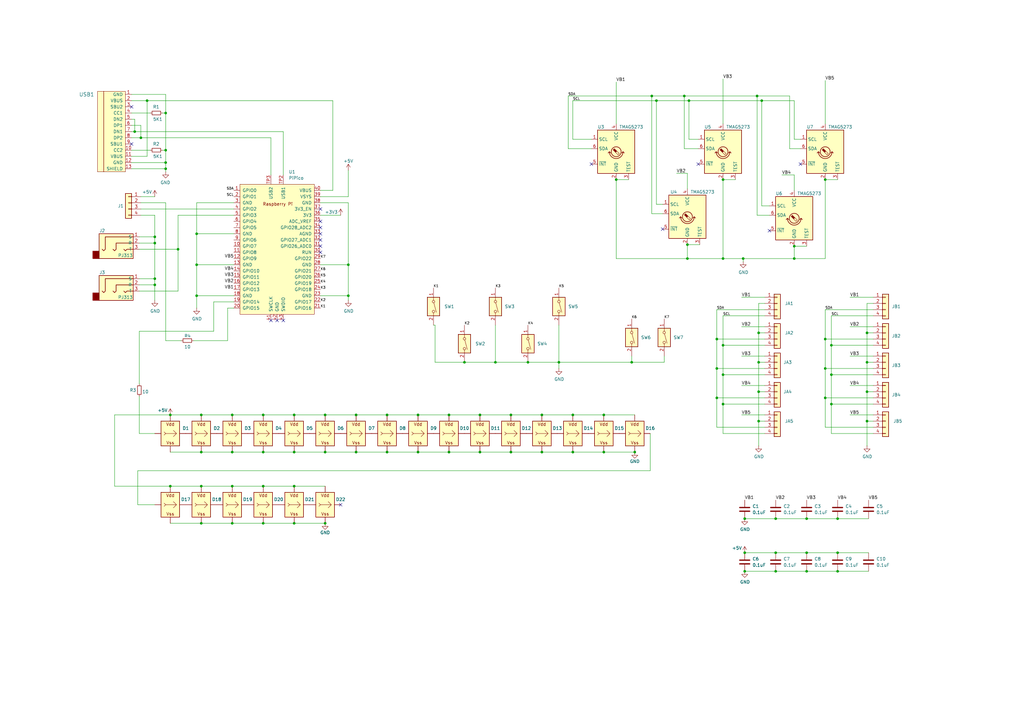
<source format=kicad_sch>
(kicad_sch (version 20231120) (generator "eeschema") (generator_version "8.0")
  (paper "A3")
  (lib_symbols
    (symbol "Connector_Generic:Conn_01x04" (pin_names (offset 1.016) hide)
      (property "Reference" "J" (at 0 5.08 0))
      (property "Value" "Conn_01x04" (at 0 -7.62 0))
      (symbol "Conn_01x04_1_1"
        (pin passive line (at -5.08 2.54 0) (length 3.81) (name "Pin_1") (number "1"))
        (pin passive line (at -5.08 0 0) (length 3.81) (name "Pin_2") (number "2"))
        (pin passive line (at -5.08 -2.54 0) (length 3.81) (name "Pin_3") (number "3"))
        (pin passive line (at -5.08 -5.08 0) (length 3.81) (name "Pin_4") (number "4"))
      )
    )
    (symbol "Device:C" (pin_numbers hide) (pin_names (offset 0.254))
      (property "Reference" "C" (at 0.635 2.54 0))
      (property "Value" "C" (at 0.635 -2.54 0))
      (symbol "C_1_1"
        (pin passive line (at 0 3.81 270) (length 2.794) (name "~") (number "1"))
        (pin passive line (at 0 -3.81 90) (length 2.794) (name "~") (number "2"))
      )
    )
    (symbol "Device:R_Small" (pin_numbers hide) (pin_names (offset 0.254) hide)
      (property "Reference" "R" (at 0.762 0.508 0))
      (property "Value" "R_Small" (at 0.762 -1.016 0))
      (symbol "R_Small_1_1"
        (pin passive line (at 0 2.54 270) (length 0.762) (name "~") (number "1"))
        (pin passive line (at 0 -2.54 90) (length 0.762) (name "~") (number "2"))
      )
    )
    (symbol "Switch:SW_DIP_x01" (pin_names (offset 0) hide)
      (property "Reference" "SW" (at 0 3.81 0))
      (property "Value" "SW_DIP_x01" (at 0 -3.81 0))
      (symbol "SW_DIP_x01_1_1"
        (pin passive line (at -7.62 0 0) (length 5.08) (name "~") (number "1"))
        (pin passive line (at 7.62 0 180) (length 5.08) (name "~") (number "2"))
      )
    )
    (symbol "Type-C:HRO-TYPE-C-31-M-12" (pin_names (offset 1.016))
      (property "Reference" "USB" (at -5.08 16.51 0))
      (property "Value" "HRO-TYPE-C-31-M-12" (at -10.16 -1.27 90))
      (symbol "HRO-TYPE-C-31-M-12_1_1"
        (pin input line (at 2.54 13.97 180) (length 2.54) (name "GND") (number "1"))
        (pin input line (at 2.54 -8.89 180) (length 2.54) (name "CC2") (number "10"))
        (pin input line (at 2.54 -11.43 180) (length 2.54) (name "VBUS") (number "11"))
        (pin input line (at 2.54 -13.97 180) (length 2.54) (name "GND") (number "12"))
        (pin input line (at 2.54 -16.51 180) (length 2.54) (name "SHIELD") (number "13"))
        (pin input line (at 2.54 11.43 180) (length 2.54) (name "VBUS") (number "2"))
        (pin input line (at 2.54 8.89 180) (length 2.54) (name "SBU2") (number "3"))
        (pin input line (at 2.54 6.35 180) (length 2.54) (name "CC1") (number "4"))
        (pin input line (at 2.54 3.81 180) (length 2.54) (name "DN2") (number "5"))
        (pin input line (at 2.54 1.27 180) (length 2.54) (name "DP1") (number "6"))
        (pin input line (at 2.54 -1.27 180) (length 2.54) (name "DN1") (number "7"))
        (pin input line (at 2.54 -3.81 180) (length 2.54) (name "DP2") (number "8"))
        (pin input line (at 2.54 -6.35 180) (length 2.54) (name "SBU1") (number "9"))
      )
    )
    (symbol "musec_pico:PJ313"
      (property "Reference" "J" (at 0 8.89 0))
      (property "Value" "PJ313" (at 0 6.35 0))
      (symbol "PJ313_1_1"
        (pin passive line (at 8.89 2.54 180) (length 2.54) (name "S") (number "1"))
        (pin passive line (at 8.89 0 180) (length 2.54) (name "R") (number "2"))
        (pin passive line (at 8.89 -2.54 180) (length 2.54) (name "T") (number "3"))
      )
    )
    (symbol "musec_pico:PiPico" (pin_names (offset 1.016))
      (property "Reference" "U" (at -13.97 27.94 0))
      (property "Value" "PiPico" (at 0.254 16.002 0))
      (symbol "PiPico_0_0"
        (text "Raspberry Pi" (at 0.254 18.542 0) (effects (font (size 1.27 1.27))))
      )
      (symbol "PiPico_1_1"
        (pin bidirectional line (at -17.78 24.13 0) (length 2.54) (name "GPIO0") (number "1"))
        (pin bidirectional line (at -17.78 1.27 0) (length 2.54) (name "GPIO7") (number "10"))
        (pin bidirectional line (at -17.78 -1.27 0) (length 2.54) (name "GPIO8") (number "11"))
        (pin bidirectional line (at -17.78 -3.81 0) (length 2.54) (name "GPIO9") (number "12"))
        (pin power_in line (at -17.78 -6.35 0) (length 2.54) (name "GND") (number "13"))
        (pin bidirectional line (at -17.78 -8.89 0) (length 2.54) (name "GPIO10") (number "14"))
        (pin bidirectional line (at -17.78 -11.43 0) (length 2.54) (name "GPIO11") (number "15"))
        (pin bidirectional line (at -17.78 -13.97 0) (length 2.54) (name "GPIO12") (number "16"))
        (pin bidirectional line (at -17.78 -16.51 0) (length 2.54) (name "GPIO13") (number "17"))
        (pin power_in line (at -17.78 -19.05 0) (length 2.54) (name "GND") (number "18"))
        (pin bidirectional line (at -17.78 -21.59 0) (length 2.54) (name "GPIO14") (number "19"))
        (pin bidirectional line (at -17.78 21.59 0) (length 2.54) (name "GPIO1") (number "2"))
        (pin bidirectional line (at -17.78 -24.13 0) (length 2.54) (name "GPIO15") (number "20"))
        (pin bidirectional line (at 17.78 -24.13 180) (length 2.54) (name "GPIO16") (number "21"))
        (pin bidirectional line (at 17.78 -21.59 180) (length 2.54) (name "GPIO17") (number "22"))
        (pin power_in line (at 17.78 -19.05 180) (length 2.54) (name "GND") (number "23"))
        (pin bidirectional line (at 17.78 -16.51 180) (length 2.54) (name "GPIO18") (number "24"))
        (pin bidirectional line (at 17.78 -13.97 180) (length 2.54) (name "GPIO19") (number "25"))
        (pin bidirectional line (at 17.78 -11.43 180) (length 2.54) (name "GPIO20") (number "26"))
        (pin bidirectional line (at 17.78 -8.89 180) (length 2.54) (name "GPIO21") (number "27"))
        (pin power_in line (at 17.78 -6.35 180) (length 2.54) (name "GND") (number "28"))
        (pin bidirectional line (at 17.78 -3.81 180) (length 2.54) (name "GPIO22") (number "29"))
        (pin power_in line (at -17.78 19.05 0) (length 2.54) (name "GND") (number "3"))
        (pin input line (at 17.78 -1.27 180) (length 2.54) (name "RUN") (number "30"))
        (pin bidirectional line (at 17.78 1.27 180) (length 2.54) (name "GPIO26_ADC0") (number "31"))
        (pin bidirectional line (at 17.78 3.81 180) (length 2.54) (name "GPIO27_ADC1") (number "32"))
        (pin power_in line (at 17.78 6.35 180) (length 2.54) (name "AGND") (number "33"))
        (pin bidirectional line (at 17.78 8.89 180) (length 2.54) (name "GPIO28_ADC2") (number "34"))
        (pin unspecified line (at 17.78 11.43 180) (length 2.54) (name "ADC_VREF") (number "35"))
        (pin unspecified line (at 17.78 13.97 180) (length 2.54) (name "3V3") (number "36"))
        (pin input line (at 17.78 16.51 180) (length 2.54) (name "3V3_EN") (number "37"))
        (pin bidirectional line (at 17.78 19.05 180) (length 2.54) (name "GND") (number "38"))
        (pin unspecified line (at 17.78 21.59 180) (length 2.54) (name "VSYS") (number "39"))
        (pin bidirectional line (at -17.78 16.51 0) (length 2.54) (name "GPIO2") (number "4"))
        (pin unspecified line (at 17.78 24.13 180) (length 2.54) (name "VBUS") (number "40"))
        (pin input line (at -2.54 -29.21 90) (length 2.54) (name "SWCLK") (number "41"))
        (pin power_in line (at 0 -29.21 90) (length 2.54) (name "GND") (number "42"))
        (pin bidirectional line (at 2.54 -29.21 90) (length 2.54) (name "SWDIO") (number "43"))
        (pin bidirectional line (at -17.78 13.97 0) (length 2.54) (name "GPIO3") (number "5"))
        (pin bidirectional line (at -17.78 11.43 0) (length 2.54) (name "GPIO4") (number "6"))
        (pin bidirectional line (at -17.78 8.89 0) (length 2.54) (name "GPIO5") (number "7"))
        (pin power_in line (at -17.78 6.35 0) (length 2.54) (name "GND") (number "8"))
        (pin bidirectional line (at -17.78 3.81 0) (length 2.54) (name "GPIO6") (number "9"))
        (pin bidirectional line (at 2.54 30.48 270) (length 3.81) (name "USB1") (number "TP2"))
        (pin bidirectional line (at -2.54 30.48 270) (length 3.81) (name "USB2") (number "TP3"))
      )
    )
    (symbol "musec_pico:TMAG5273"
      (property "Reference" "U" (at 8.128 11.43 0))
      (property "Value" "TMAG5273" (at -2.54 11.43 0))
      (symbol "TMAG5273_1_1"
        (pin tri_state line (at -10.16 5.08 0) (length 2.54) (name "SCL") (number "1"))
        (pin power_in line (at 0 -11.43 90) (length 2.54) (name "GND") (number "2"))
        (pin passive line (at 5.08 -11.43 90) (length 2.54) (name "TEST") (number "3"))
        (pin power_in line (at 0 11.43 270) (length 2.54) (name "VCC") (number "4"))
        (pin tri_state line (at -10.16 -5.08 0) (length 2.54) (name "~{INT}") (number "5"))
        (pin tri_state line (at -10.16 1.27 0) (length 2.54) (name "SDA") (number "6"))
      )
    )
    (symbol "musec_pico:WS2812B_Unified" (pin_numbers hide) (pin_names (offset 0.254) hide)
      (property "Reference" "D10" (at 2.54 6.35 0))
      (symbol "WS2812B_Unified_0_0"
        (text "Vdd" (at 0 3.81 0) (effects (font (size 1.27 1.27))))
        (text "Vss" (at 0 -3.81 0) (effects (font (size 1.27 1.27))))
      )
      (symbol "WS2812B_Unified_1_1"
        (pin power_in line (at 0 -7.62 90) (length 2.54) (name "VSS") (number "G"))
        (pin input line (at -6.35 0 0) (length 2.54) (name "In") (number "I"))
        (pin output line (at 6.35 0 180) (length 2.54) (name "Out") (number "O"))
        (pin power_in line (at 0 7.62 270) (length 2.54) (name "VDD") (number "V"))
      )
    )
    (symbol "power:+3V3" (power) (pin_numbers hide) (pin_names (offset 0) hide)
      (property "Value" "+3V3" (at 0 3.556 0))
      (symbol "+3V3_1_1"
        (pin power_in line (at 0 0 90) (length 0) (name "~") (number "1"))
      )
    )
    (symbol "power:+5V" (power) (pin_numbers hide) (pin_names (offset 0) hide)
      (property "Value" "+5V" (at 0 3.556 0))
      (symbol "+5V_1_1"
        (pin power_in line (at 0 0 90) (length 0) (name "~") (number "1"))
      )
    )
    (symbol "power:GND" (power) (pin_numbers hide) (pin_names (offset 0) hide)
      (property "Value" "GND" (at 0 -3.81 0))
      (symbol "GND_1_1"
        (pin power_in line (at 0 0 270) (length 0) (name "~") (number "1"))
      )
    )
  )
  (junction (at 343.535 234.315))
  (junction (at 318.135 234.315))
  (junction (at 120.65 185.42))
  (junction (at 338.455 73.66))
  (junction (at 355.6 136.525))
  (junction (at 158.75 170.18))
  (junction (at 57.785 56.515))
  (junction (at 107.95 185.42))
  (junction (at 304.8 106.045))
  (junction (at 63.5 97.155))
  (junction (at 247.65 170.18))
  (junction (at 305.435 226.695))
  (junction (at 269.24 41.275))
  (junction (at 260.35 185.42))
  (junction (at 296.545 141.605))
  (junction (at 107.95 199.39))
  (junction (at 80.645 108.585))
  (junction (at 296.545 153.67))
  (junction (at 196.85 185.42))
  (junction (at 330.835 226.695))
  (junction (at 80.645 95.885))
  (junction (at 171.45 170.18))
  (junction (at 95.25 214.63))
  (junction (at 63.5 99.695))
  (junction (at 82.55 199.39))
  (junction (at 146.05 170.18))
  (junction (at 133.35 185.42))
  (junction (at 69.85 199.39))
  (junction (at 311.15 148.59))
  (junction (at 311.15 172.72))
  (junction (at 80.645 121.285))
  (junction (at 120.65 170.18))
  (junction (at 146.05 185.42))
  (junction (at 338.455 139.065))
  (junction (at 355.6 172.72))
  (junction (at 318.135 212.725))
  (junction (at 282.575 41.275))
  (junction (at 355.6 148.59))
  (junction (at 196.85 170.18))
  (junction (at 234.95 185.42))
  (junction (at 311.15 136.525))
  (junction (at 340.995 165.735))
  (junction (at 252.73 73.66))
  (junction (at 63.5 116.84))
  (junction (at 60.325 41.275))
  (junction (at 107.95 214.63))
  (junction (at 95.25 185.42))
  (junction (at 305.435 212.725))
  (junction (at 312.42 41.275))
  (junction (at 120.65 199.39))
  (junction (at 259.08 148.59))
  (junction (at 67.945 66.675))
  (junction (at 95.25 199.39))
  (junction (at 229.235 148.59))
  (junction (at 294.005 163.195))
  (junction (at 190.5 148.59))
  (junction (at 338.455 163.195))
  (junction (at 343.535 226.695))
  (junction (at 311.15 160.655))
  (junction (at 133.35 170.18))
  (junction (at 67.945 69.215))
  (junction (at 305.435 234.315))
  (junction (at 296.545 106.045))
  (junction (at 247.65 185.42))
  (junction (at 338.455 151.13))
  (junction (at 343.535 212.725))
  (junction (at 184.15 185.42))
  (junction (at 267.335 39.37))
  (junction (at 171.45 185.42))
  (junction (at 280.67 39.37))
  (junction (at 281.94 100.33))
  (junction (at 325.755 100.965))
  (junction (at 67.945 61.595))
  (junction (at 330.835 234.315))
  (junction (at 318.135 226.695))
  (junction (at 67.945 46.355))
  (junction (at 73.025 102.235))
  (junction (at 294.005 151.13))
  (junction (at 310.515 39.37))
  (junction (at 340.995 153.67))
  (junction (at 82.55 214.63))
  (junction (at 82.55 170.18))
  (junction (at 133.35 214.63))
  (junction (at 234.95 170.18))
  (junction (at 222.25 185.42))
  (junction (at 63.5 114.3))
  (junction (at 209.55 170.18))
  (junction (at 107.95 170.18))
  (junction (at 296.545 73.66))
  (junction (at 340.995 141.605))
  (junction (at 325.755 106.045))
  (junction (at 209.55 185.42))
  (junction (at 95.25 170.18))
  (junction (at 222.25 170.18))
  (junction (at 69.85 170.18))
  (junction (at 142.875 108.585))
  (junction (at 355.6 160.655))
  (junction (at 296.545 165.735))
  (junction (at 82.55 185.42))
  (junction (at 158.75 185.42))
  (junction (at 294.005 139.065))
  (junction (at 55.245 53.975))
  (junction (at 120.65 214.63))
  (junction (at 216.535 148.59))
  (junction (at 330.835 212.725))
  (junction (at 142.875 121.285))
  (junction (at 203.2 148.59))
  (junction (at 281.94 106.045))
  (junction (at 184.15 170.18))
  (no_connect (at 113.665 131.445))
  (no_connect (at 53.975 43.815))
  (no_connect (at 53.975 59.055))
  (no_connect (at 131.445 103.505))
  (no_connect (at 131.445 85.725))
  (no_connect (at 111.125 131.445))
  (no_connect (at 131.445 93.345))
  (no_connect (at 286.385 67.31))
  (no_connect (at 271.78 93.98))
  (no_connect (at 242.57 67.31))
  (no_connect (at 131.445 95.885))
  (no_connect (at 328.295 67.31))
  (no_connect (at 131.445 98.425))
  (no_connect (at 131.445 100.965))
  (no_connect (at 116.205 131.445))
  (no_connect (at 315.595 94.615))
  (no_connect (at 139.7 207.01))
  (no_connect (at 131.445 90.805))
  (wire (pts (xy 87.63 123.825) (xy 87.63 135.89)))
  (wire (pts (xy 63.5 97.155) (xy 57.15 97.155)))
  (wire (pts (xy 325.755 100.965) (xy 330.835 100.965)))
  (wire (pts (xy 67.945 38.735) (xy 67.945 46.355)))
  (wire (pts (xy 267.335 39.37) (xy 267.335 87.63)))
  (wire (pts (xy 325.755 100.965) (xy 325.755 106.045)))
  (wire (pts (xy 304.165 146.05) (xy 313.69 146.05)))
  (wire (pts (xy 330.835 226.695) (xy 343.535 226.695)))
  (wire (pts (xy 131.445 88.265) (xy 139.7 88.265)))
  (wire (pts (xy 80.645 83.185) (xy 80.645 95.885)))
  (wire (pts (xy 338.455 163.195) (xy 358.14 163.195)))
  (wire (pts (xy 348.615 121.92) (xy 358.14 121.92)))
  (wire (pts (xy 190.5 148.59) (xy 203.2 148.59)))
  (wire (pts (xy 171.45 185.42) (xy 184.15 185.42)))
  (wire (pts (xy 355.6 172.72) (xy 358.14 172.72)))
  (wire (pts (xy 355.6 160.655) (xy 355.6 172.72)))
  (wire (pts (xy 95.25 199.39) (xy 107.95 199.39)))
  (wire (pts (xy 355.6 136.525) (xy 355.6 148.59)))
  (wire (pts (xy 222.25 185.42) (xy 234.95 185.42)))
  (wire (pts (xy 120.65 214.63) (xy 133.35 214.63)))
  (wire (pts (xy 67.945 139.7) (xy 67.945 83.185)))
  (wire (pts (xy 131.445 121.285) (xy 142.875 121.285)))
  (wire (pts (xy 73.025 119.38) (xy 73.025 102.235)))
  (wire (pts (xy 73.025 88.265) (xy 95.885 88.265)))
  (wire (pts (xy 272.415 148.59) (xy 272.415 146.05)))
  (wire (pts (xy 53.975 53.975) (xy 55.245 53.975)))
  (wire (pts (xy 311.15 160.655) (xy 311.15 172.72)))
  (wire (pts (xy 247.65 170.18) (xy 260.35 170.18)))
  (wire (pts (xy 60.325 64.135) (xy 60.325 41.275)))
  (wire (pts (xy 46.99 199.39) (xy 69.85 199.39)))
  (wire (pts (xy 80.645 108.585) (xy 95.885 108.585)))
  (wire (pts (xy 133.35 170.18) (xy 146.05 170.18)))
  (wire (pts (xy 142.875 83.185) (xy 142.875 108.585)))
  (wire (pts (xy 296.545 153.67) (xy 296.545 165.735)))
  (wire (pts (xy 311.15 148.59) (xy 313.69 148.59)))
  (wire (pts (xy 259.08 146.05) (xy 259.08 148.59)))
  (wire (pts (xy 305.435 234.315) (xy 318.135 234.315)))
  (wire (pts (xy 296.545 165.735) (xy 296.545 177.8)))
  (wire (pts (xy 95.25 185.42) (xy 107.95 185.42)))
  (wire (pts (xy 281.94 106.045) (xy 296.545 106.045)))
  (wire (pts (xy 196.85 185.42) (xy 209.55 185.42)))
  (wire (pts (xy 242.57 57.15) (xy 234.95 57.15)))
  (wire (pts (xy 259.08 148.59) (xy 272.415 148.59)))
  (wire (pts (xy 294.005 151.13) (xy 294.005 163.195)))
  (wire (pts (xy 131.445 78.105) (xy 136.525 78.105)))
  (wire (pts (xy 57.15 116.84) (xy 63.5 116.84)))
  (wire (pts (xy 348.615 146.05) (xy 358.14 146.05)))
  (wire (pts (xy 234.95 170.18) (xy 247.65 170.18)))
  (wire (pts (xy 63.5 99.695) (xy 63.5 114.3)))
  (wire (pts (xy 56.515 193.04) (xy 56.515 207.01)))
  (wire (pts (xy 80.645 121.285) (xy 95.885 121.285)))
  (wire (pts (xy 338.455 127) (xy 338.455 139.065)))
  (wire (pts (xy 323.85 60.96) (xy 328.295 60.96)))
  (wire (pts (xy 111.125 56.515) (xy 57.785 56.515)))
  (wire (pts (xy 338.455 151.13) (xy 338.455 163.195)))
  (wire (pts (xy 294.005 151.13) (xy 313.69 151.13)))
  (wire (pts (xy 348.615 133.985) (xy 358.14 133.985)))
  (wire (pts (xy 325.755 78.105) (xy 325.755 71.755)))
  (wire (pts (xy 313.69 127) (xy 294.005 127)))
  (wire (pts (xy 358.14 129.54) (xy 340.995 129.54)))
  (wire (pts (xy 234.95 185.42) (xy 247.65 185.42)))
  (wire (pts (xy 93.345 139.7) (xy 79.375 139.7)))
  (wire (pts (xy 277.495 71.12) (xy 281.94 71.12)))
  (wire (pts (xy 294.005 163.195) (xy 294.005 175.26)))
  (wire (pts (xy 338.455 175.26) (xy 358.14 175.26)))
  (wire (pts (xy 80.645 95.885) (xy 80.645 108.585)))
  (wire (pts (xy 304.8 106.045) (xy 325.755 106.045)))
  (wire (pts (xy 142.875 121.285) (xy 142.875 123.19)))
  (wire (pts (xy 63.5 88.265) (xy 63.5 97.155)))
  (wire (pts (xy 340.995 165.735) (xy 340.995 177.8)))
  (wire (pts (xy 133.35 185.42) (xy 146.05 185.42)))
  (wire (pts (xy 311.15 124.46) (xy 311.15 136.525)))
  (wire (pts (xy 120.65 170.18) (xy 133.35 170.18)))
  (wire (pts (xy 233.045 39.37) (xy 267.335 39.37)))
  (wire (pts (xy 340.995 129.54) (xy 340.995 141.605)))
  (wire (pts (xy 296.545 177.8) (xy 313.69 177.8)))
  (wire (pts (xy 252.73 73.66) (xy 257.81 73.66)))
  (wire (pts (xy 116.205 71.755) (xy 116.205 53.975)))
  (wire (pts (xy 229.235 151.13) (xy 229.235 148.59)))
  (wire (pts (xy 343.535 234.315) (xy 356.235 234.315)))
  (wire (pts (xy 233.045 60.96) (xy 233.045 39.37)))
  (wire (pts (xy 55.245 48.895) (xy 55.245 53.975)))
  (wire (pts (xy 269.24 41.275) (xy 282.575 41.275)))
  (wire (pts (xy 280.67 60.96) (xy 280.67 39.37)))
  (wire (pts (xy 310.515 39.37) (xy 323.85 39.37)))
  (wire (pts (xy 57.15 102.235) (xy 73.025 102.235)))
  (wire (pts (xy 116.205 53.975) (xy 55.245 53.975)))
  (wire (pts (xy 282.575 57.15) (xy 286.385 57.15)))
  (wire (pts (xy 313.69 129.54) (xy 296.545 129.54)))
  (wire (pts (xy 330.835 212.725) (xy 343.535 212.725)))
  (wire (pts (xy 69.85 214.63) (xy 82.55 214.63)))
  (wire (pts (xy 355.6 172.72) (xy 355.6 182.88)))
  (wire (pts (xy 46.99 170.18) (xy 69.85 170.18)))
  (wire (pts (xy 252.73 73.66) (xy 252.73 106.045)))
  (wire (pts (xy 203.2 133.35) (xy 203.2 148.59)))
  (wire (pts (xy 343.535 226.695) (xy 356.235 226.695)))
  (wire (pts (xy 209.55 170.18) (xy 222.25 170.18)))
  (wire (pts (xy 294.005 175.26) (xy 313.69 175.26)))
  (wire (pts (xy 63.5 114.3) (xy 63.5 116.84)))
  (wire (pts (xy 46.99 170.18) (xy 46.99 199.39)))
  (wire (pts (xy 318.135 226.695) (xy 330.835 226.695)))
  (wire (pts (xy 358.14 127) (xy 338.455 127)))
  (wire (pts (xy 296.545 106.045) (xy 304.8 106.045)))
  (wire (pts (xy 320.675 71.755) (xy 325.755 71.755)))
  (wire (pts (xy 53.975 66.675) (xy 67.945 66.675)))
  (wire (pts (xy 57.785 51.435) (xy 57.785 56.515)))
  (wire (pts (xy 229.235 148.59) (xy 259.08 148.59)))
  (wire (pts (xy 281.94 100.33) (xy 287.02 100.33)))
  (wire (pts (xy 340.995 153.67) (xy 358.14 153.67)))
  (wire (pts (xy 338.455 139.065) (xy 338.455 151.13)))
  (wire (pts (xy 177.8 133.35) (xy 178.435 133.35)))
  (wire (pts (xy 267.335 39.37) (xy 280.67 39.37)))
  (wire (pts (xy 340.995 141.605) (xy 340.995 153.67)))
  (wire (pts (xy 355.6 124.46) (xy 355.6 136.525)))
  (wire (pts (xy 111.125 71.755) (xy 111.125 56.515)))
  (wire (pts (xy 305.435 226.695) (xy 318.135 226.695)))
  (wire (pts (xy 311.15 160.655) (xy 313.69 160.655)))
  (wire (pts (xy 57.785 88.265) (xy 63.5 88.265)))
  (wire (pts (xy 57.15 119.38) (xy 73.025 119.38)))
  (wire (pts (xy 229.235 133.35) (xy 229.235 148.59)))
  (wire (pts (xy 267.335 87.63) (xy 271.78 87.63)))
  (wire (pts (xy 82.55 170.18) (xy 95.25 170.18)))
  (wire (pts (xy 340.995 165.735) (xy 358.14 165.735)))
  (wire (pts (xy 355.6 148.59) (xy 358.14 148.59)))
  (wire (pts (xy 82.55 199.39) (xy 95.25 199.39)))
  (wire (pts (xy 120.65 185.42) (xy 133.35 185.42)))
  (wire (pts (xy 57.785 85.725) (xy 95.885 85.725)))
  (wire (pts (xy 305.435 212.725) (xy 318.135 212.725)))
  (wire (pts (xy 171.45 170.18) (xy 184.15 170.18)))
  (wire (pts (xy 338.455 163.195) (xy 338.455 175.26)))
  (wire (pts (xy 53.975 64.135) (xy 60.325 64.135)))
  (wire (pts (xy 355.6 136.525) (xy 358.14 136.525)))
  (wire (pts (xy 311.15 148.59) (xy 311.15 160.655)))
  (wire (pts (xy 266.7 193.04) (xy 56.515 193.04)))
  (wire (pts (xy 60.325 41.275) (xy 136.525 41.275)))
  (wire (pts (xy 57.15 114.3) (xy 63.5 114.3)))
  (wire (pts (xy 304.8 106.045) (xy 304.8 107.315)))
  (wire (pts (xy 313.69 124.46) (xy 311.15 124.46)))
  (wire (pts (xy 53.975 56.515) (xy 57.785 56.515)))
  (wire (pts (xy 95.25 170.18) (xy 107.95 170.18)))
  (wire (pts (xy 296.545 141.605) (xy 296.545 153.67)))
  (wire (pts (xy 338.455 106.045) (xy 338.455 73.66)))
  (wire (pts (xy 53.975 61.595) (xy 61.595 61.595)))
  (wire (pts (xy 67.945 83.185) (xy 57.785 83.185)))
  (wire (pts (xy 348.615 158.115) (xy 358.14 158.115)))
  (wire (pts (xy 296.545 73.66) (xy 301.625 73.66)))
  (wire (pts (xy 107.95 214.63) (xy 120.65 214.63)))
  (wire (pts (xy 107.95 185.42) (xy 120.65 185.42)))
  (wire (pts (xy 311.15 172.72) (xy 313.69 172.72)))
  (wire (pts (xy 252.73 33.655) (xy 252.73 50.8)))
  (wire (pts (xy 80.645 108.585) (xy 80.645 121.285)))
  (wire (pts (xy 57.15 135.89) (xy 57.15 157.48)))
  (wire (pts (xy 57.15 99.695) (xy 63.5 99.695)))
  (wire (pts (xy 318.135 212.725) (xy 330.835 212.725)))
  (wire (pts (xy 53.975 46.355) (xy 61.595 46.355)))
  (wire (pts (xy 120.65 199.39) (xy 133.35 199.39)))
  (wire (pts (xy 296.545 153.67) (xy 313.69 153.67)))
  (wire (pts (xy 107.95 170.18) (xy 120.65 170.18)))
  (wire (pts (xy 57.15 162.56) (xy 57.15 177.8)))
  (wire (pts (xy 67.945 69.215) (xy 67.945 70.485)))
  (wire (pts (xy 247.65 185.42) (xy 260.35 185.42)))
  (wire (pts (xy 67.945 61.595) (xy 66.675 61.595)))
  (wire (pts (xy 63.5 80.645) (xy 57.785 80.645)))
  (wire (pts (xy 304.165 158.115) (xy 313.69 158.115)))
  (wire (pts (xy 294.005 139.065) (xy 294.005 151.13)))
  (wire (pts (xy 80.645 95.885) (xy 95.885 95.885)))
  (wire (pts (xy 53.975 38.735) (xy 67.945 38.735)))
  (wire (pts (xy 53.975 41.275) (xy 60.325 41.275)))
  (wire (pts (xy 82.55 214.63) (xy 95.25 214.63)))
  (wire (pts (xy 311.15 172.72) (xy 311.15 182.88)))
  (wire (pts (xy 73.025 102.235) (xy 73.025 88.265)))
  (wire (pts (xy 311.15 136.525) (xy 311.15 148.59)))
  (wire (pts (xy 131.445 83.185) (xy 142.875 83.185)))
  (wire (pts (xy 242.57 60.96) (xy 233.045 60.96)))
  (wire (pts (xy 184.15 185.42) (xy 196.85 185.42)))
  (wire (pts (xy 315.595 84.455) (xy 312.42 84.455)))
  (wire (pts (xy 358.14 124.46) (xy 355.6 124.46)))
  (wire (pts (xy 304.165 121.92) (xy 313.69 121.92)))
  (wire (pts (xy 158.75 170.18) (xy 171.45 170.18)))
  (wire (pts (xy 325.755 41.275) (xy 325.755 57.15)))
  (wire (pts (xy 95.885 83.185) (xy 80.645 83.185)))
  (wire (pts (xy 338.455 73.66) (xy 343.535 73.66)))
  (wire (pts (xy 296.545 141.605) (xy 313.69 141.605)))
  (wire (pts (xy 142.875 108.585) (xy 142.875 121.285)))
  (wire (pts (xy 312.42 41.275) (xy 325.755 41.275)))
  (wire (pts (xy 338.455 139.065) (xy 358.14 139.065)))
  (wire (pts (xy 338.455 151.13) (xy 358.14 151.13)))
  (wire (pts (xy 340.995 177.8) (xy 358.14 177.8)))
  (wire (pts (xy 311.15 136.525) (xy 313.69 136.525)))
  (wire (pts (xy 280.67 39.37) (xy 310.515 39.37)))
  (wire (pts (xy 142.875 80.645) (xy 142.875 69.85)))
  (wire (pts (xy 146.05 185.42) (xy 158.75 185.42)))
  (wire (pts (xy 158.75 185.42) (xy 171.45 185.42)))
  (wire (pts (xy 93.345 126.365) (xy 93.345 139.7)))
  (wire (pts (xy 281.94 100.33) (xy 281.94 106.045)))
  (wire (pts (xy 340.995 141.605) (xy 358.14 141.605)))
  (wire (pts (xy 74.295 139.7) (xy 67.945 139.7)))
  (wire (pts (xy 216.535 148.59) (xy 229.235 148.59)))
  (wire (pts (xy 87.63 135.89) (xy 57.15 135.89)))
  (wire (pts (xy 131.445 108.585) (xy 142.875 108.585)))
  (wire (pts (xy 340.995 153.67) (xy 340.995 165.735)))
  (wire (pts (xy 310.515 88.265) (xy 310.515 39.37)))
  (wire (pts (xy 271.78 83.82) (xy 269.24 83.82)))
  (wire (pts (xy 67.945 46.355) (xy 67.945 61.595)))
  (wire (pts (xy 318.135 234.315) (xy 330.835 234.315)))
  (wire (pts (xy 286.385 60.96) (xy 280.67 60.96)))
  (wire (pts (xy 63.5 116.84) (xy 63.5 123.19)))
  (wire (pts (xy 281.94 77.47) (xy 281.94 71.12)))
  (wire (pts (xy 82.55 185.42) (xy 95.25 185.42)))
  (wire (pts (xy 196.85 170.18) (xy 209.55 170.18)))
  (wire (pts (xy 304.165 133.985) (xy 313.69 133.985)))
  (wire (pts (xy 67.945 66.675) (xy 67.945 69.215)))
  (wire (pts (xy 343.535 212.725) (xy 356.235 212.725)))
  (wire (pts (xy 266.7 177.8) (xy 266.7 193.04)))
  (wire (pts (xy 234.95 41.275) (xy 269.24 41.275)))
  (wire (pts (xy 178.435 133.35) (xy 178.435 148.59)))
  (wire (pts (xy 323.85 39.37) (xy 323.85 60.96)))
  (wire (pts (xy 330.835 234.315) (xy 343.535 234.315)))
  (wire (pts (xy 355.6 148.59) (xy 355.6 160.655)))
  (wire (pts (xy 95.885 123.825) (xy 87.63 123.825)))
  (wire (pts (xy 69.85 199.39) (xy 82.55 199.39)))
  (wire (pts (xy 209.55 185.42) (xy 222.25 185.42)))
  (wire (pts (xy 178.435 148.59) (xy 190.5 148.59)))
  (wire (pts (xy 296.545 73.66) (xy 296.545 106.045)))
  (wire (pts (xy 294.005 139.065) (xy 313.69 139.065)))
  (wire (pts (xy 146.05 170.18) (xy 158.75 170.18)))
  (wire (pts (xy 325.755 57.15) (xy 328.295 57.15)))
  (wire (pts (xy 184.15 170.18) (xy 196.85 170.18)))
  (wire (pts (xy 325.755 106.045) (xy 338.455 106.045)))
  (wire (pts (xy 296.545 165.735) (xy 313.69 165.735)))
  (wire (pts (xy 252.73 106.045) (xy 281.94 106.045)))
  (wire (pts (xy 53.975 69.215) (xy 67.945 69.215)))
  (wire (pts (xy 57.15 177.8) (xy 63.5 177.8)))
  (wire (pts (xy 348.615 170.18) (xy 358.14 170.18)))
  (wire (pts (xy 53.975 51.435) (xy 57.785 51.435)))
  (wire (pts (xy 67.945 61.595) (xy 67.945 66.675)))
  (wire (pts (xy 95.25 214.63) (xy 107.95 214.63)))
  (wire (pts (xy 296.545 32.385) (xy 296.545 50.8)))
  (wire (pts (xy 56.515 207.01) (xy 63.5 207.01)))
  (wire (pts (xy 294.005 163.195) (xy 313.69 163.195)))
  (wire (pts (xy 282.575 41.275) (xy 282.575 57.15)))
  (wire (pts (xy 222.25 170.18) (xy 234.95 170.18)))
  (wire (pts (xy 95.885 126.365) (xy 93.345 126.365)))
  (wire (pts (xy 53.975 48.895) (xy 55.245 48.895)))
  (wire (pts (xy 296.545 129.54) (xy 296.545 141.605)))
  (wire (pts (xy 282.575 41.275) (xy 312.42 41.275)))
  (wire (pts (xy 315.595 88.265) (xy 310.515 88.265)))
  (wire (pts (xy 67.945 46.355) (xy 66.675 46.355)))
  (wire (pts (xy 69.85 185.42) (xy 82.55 185.42)))
  (wire (pts (xy 355.6 160.655) (xy 358.14 160.655)))
  (wire (pts (xy 269.24 83.82) (xy 269.24 41.275)))
  (wire (pts (xy 69.85 170.18) (xy 82.55 170.18)))
  (wire (pts (xy 312.42 41.275) (xy 312.42 84.455)))
  (wire (pts (xy 304.165 170.18) (xy 313.69 170.18)))
  (wire (pts (xy 63.5 99.695) (xy 63.5 97.155)))
  (wire (pts (xy 294.005 127) (xy 294.005 139.065)))
  (wire (pts (xy 338.455 33.02) (xy 338.455 50.8)))
  (wire (pts (xy 234.95 57.15) (xy 234.95 41.275)))
  (wire (pts (xy 131.445 80.645) (xy 142.875 80.645)))
  (wire (pts (xy 80.645 121.285) (xy 80.645 126.365)))
  (wire (pts (xy 136.525 41.275) (xy 136.525 78.105)))
  (wire (pts (xy 107.95 199.39) (xy 120.65 199.39)))
  (wire (pts (xy 203.2 148.59) (xy 216.535 148.59)))
  (label "K7" (at 272.415 130.81 0) (effects (font (size 1 1))))
  (label "VB2" (at 95.885 116.205 180))
  (label "VB4" (at 95.885 111.125 180))
  (label "VB5" (at 304.165 170.18 0))
  (label "SCL" (at 234.95 41.275 0) (effects (font (size 1 1))))
  (label "K3" (at 203.2 118.11 0) (effects (font (size 1 1))))
  (label "VB5" (at 95.885 106.045 180))
  (label "VB4" (at 348.615 158.115 0))
  (label "K5" (at 229.235 118.11 0) (effects (font (size 1 1))))
  (label "VB3" (at 95.885 113.665 180))
  (label "VB2" (at 277.495 71.12 0))
  (label "VB2" (at 318.135 205.105 0))
  (label "SDA" (at 338.455 127 0) (effects (font (size 1 1))))
  (label "K1" (at 131.445 126.365 0) (effects (font (size 1 1))))
  (label "K5" (at 131.445 113.665 0) (effects (font (size 1 1))))
  (label "VB1" (at 252.73 33.655 0))
  (label "K4" (at 216.535 133.35 0) (effects (font (size 1 1))))
  (label "K4" (at 131.445 116.205 0) (effects (font (size 1 1))))
  (label "SDA" (at 95.885 78.105 180) (effects (font (size 1 1))))
  (label "VB1" (at 348.615 121.92 0))
  (label "VB3" (at 330.835 205.105 0))
  (label "K2" (at 131.445 123.825 0) (effects (font (size 1 1))))
  (label "K6" (at 259.08 130.81 0) (effects (font (size 1 1))))
  (label "K7" (at 131.445 106.045 0) (effects (font (size 1 1))))
  (label "VB1" (at 305.435 205.105 0))
  (label "K6" (at 131.445 111.125 0) (effects (font (size 1 1))))
  (label "VB5" (at 348.615 170.18 0))
  (label "VB3" (at 296.545 32.385 0))
  (label "SCL" (at 95.885 80.645 180) (effects (font (size 1 1))))
  (label "VB4" (at 304.165 158.115 0))
  (label "SCL" (at 340.995 129.54 0) (effects (font (size 1 1))))
  (label "K2" (at 190.5 133.35 0) (effects (font (size 1 1))))
  (label "VB2" (at 304.165 133.985 0))
  (label "VB3" (at 348.615 146.05 0))
  (label "VB2" (at 348.615 133.985 0))
  (label "VB1" (at 95.885 118.745 180))
  (label "K3" (at 131.445 118.745 0) (effects (font (size 1 1))))
  (label "SDA" (at 233.045 39.37 0) (effects (font (size 1 1))))
  (label "VB4" (at 320.675 71.755 0))
  (label "VB5" (at 338.455 33.02 0))
  (label "VB1" (at 304.165 121.92 0))
  (label "SCL" (at 296.545 129.54 0) (effects (font (size 1 1))))
  (label "K1" (at 177.8 118.11 0) (effects (font (size 1 1))))
  (label "VB5" (at 356.235 205.105 0))
  (label "VB4" (at 343.535 205.105 0))
  (label "VB3" (at 304.165 146.05 0))
  (label "SDA" (at 294.005 127 0) (effects (font (size 1 1))))
  (symbol (lib_id "Type-C:HRO-TYPE-C-31-M-12") (at 51.435 52.705 0) (unit 1)
    (property "Reference" "USB1" (at 32.385 38.735 0) (effects (font (size 1.524 1.524)) (justify left)))
    (property "Value" "U262-161N-4BVC11" (effects (hide yes)))
    (property "Footprint" "Type-C:HRO-TYPE-C-31-M-12-Assembly" (effects (hide yes)))
    (property "LCSC" "C319148" (effects (hide yes)))
  )
  (symbol (lib_id "power:GND") (at 67.945 70.485 0) (mirror y) (unit 1)
    (property "Reference" "#PWR0112" (effects (hide yes)))
    (property "Value" "GND" (at 67.818 74.8792 0))
    (property "Description" "Power symbol creates a global label with name \"GND\" , ground" (effects (hide yes)))
  )
  (symbol (lib_id "Device:R_Small") (at 64.135 61.595 90) (unit 1)
    (property "Reference" "R2" (at 65.405 59.055 90) (effects (justify left)))
    (property "Value" "5K1" (at 66.675 64.135 90) (effects (justify left)))
    (property "Footprint" "Resistor_SMD:R_0603_1608Metric" (effects (hide yes)))
    (property "Description" "Resistor, small symbol" (effects (hide yes)))
    (property "LCSC" "C23186" (effects (hide yes)))
  )
  (symbol (lib_id "Device:R_Small") (at 64.135 46.355 90) (unit 1)
    (property "Reference" "R1" (at 65.405 43.815 90) (effects (justify left)))
    (property "Value" "5K1" (at 66.675 48.895 90) (effects (justify left)))
    (property "Footprint" "Resistor_SMD:R_0603_1608Metric" (effects (hide yes)))
    (property "Description" "Resistor, small symbol" (effects (hide yes)))
    (property "LCSC" "C23186" (effects (hide yes)))
  )
  (symbol (lib_id "Device:C") (at 330.835 230.505 0) (unit 1)
    (property "Reference" "C8" (at 334.01 229.2349 0) (effects (justify left)))
    (property "Value" "0.1uF" (at 334.01 231.7749 0) (effects (justify left)))
    (property "Footprint" "Capacitor_SMD:C_0603_1608Metric_Pad1.08x0.95mm_HandSolder" (effects (hide yes)))
    (property "Description" "Unpolarized capacitor" (effects (hide yes)))
  )
  (symbol (lib_id "Connector_Generic:Conn_01x04") (at 318.77 124.46 0) (unit 1)
    (property "Reference" "JA1" (at 321.945 124.4599 0) (effects (justify left)))
    (property "Value" "Conn_01x04" (effects (hide yes)))
    (property "Footprint" "musec_pico:SH1.0_4P_Solder_Combo" (effects (hide yes)))
    (property "Description" "Generic connector, single row, 01x04, script generated (kicad-library-utils/schlib/autogen/connector/)" (effects (hide yes)))
  )
  (symbol (lib_id "Device:C") (at 305.435 230.505 0) (unit 1)
    (property "Reference" "C6" (at 308.61 229.2349 0) (effects (justify left)))
    (property "Value" "0.1uF" (at 308.61 231.7749 0) (effects (justify left)))
    (property "Footprint" "Capacitor_SMD:C_0603_1608Metric_Pad1.08x0.95mm_HandSolder" (effects (hide yes)))
    (property "Description" "Unpolarized capacitor" (effects (hide yes)))
  )
  (symbol (lib_id "musec_pico:TMAG5273") (at 325.755 89.535 0) (unit 1)
    (property "Reference" "U6" (at 318.135 79.375 0) (effects (justify left)))
    (property "Value" "TMAG5273" (at 327.025 79.375 0) (effects (justify left)))
    (property "Footprint" "Package_TO_SOT_SMD:TSOT-23-6_HandSoldering" (effects (hide yes)))
    (property "Datasheet" "https://www.ti.com/lit/ds/symlink/tmag5170-q1.pdf" (effects (hide yes)))
    (property "Description" "Magnetic 3-axis linear sensor, 12-bit, I2C, SOT23-6" (effects (hide yes)))
  )
  (symbol (lib_id "Device:C") (at 343.535 208.915 0) (unit 1)
    (property "Reference" "C4" (at 346.71 207.6449 0) (effects (justify left)))
    (property "Value" "0.1uF" (at 346.71 210.1849 0) (effects (justify left)))
    (property "Footprint" "Capacitor_SMD:C_0603_1608Metric_Pad1.08x0.95mm_HandSolder" (effects (hide yes)))
    (property "Description" "Unpolarized capacitor" (effects (hide yes)))
  )
  (symbol (lib_id "Device:C") (at 330.835 208.915 0) (unit 1)
    (property "Reference" "C3" (at 334.01 207.6449 0) (effects (justify left)))
    (property "Value" "0.1uF" (at 334.01 210.1849 0) (effects (justify left)))
    (property "Footprint" "Capacitor_SMD:C_0603_1608Metric_Pad1.08x0.95mm_HandSolder" (effects (hide yes)))
    (property "Description" "Unpolarized capacitor" (effects (hide yes)))
  )
  (symbol (lib_id "Connector_Generic:Conn_01x04") (at 318.77 148.59 0) (unit 1)
    (property "Reference" "JA3" (at 321.31 148.5899 0) (effects (justify left)))
    (property "Value" "Conn_01x04" (effects (hide yes)))
    (property "Footprint" "musec_pico:SH1.0_4P_Solder_Combo" (effects (hide yes)))
    (property "Description" "Generic connector, single row, 01x04, script generated (kicad-library-utils/schlib/autogen/connector/)" (effects (hide yes)))
  )
  (symbol (lib_id "musec_pico:WS2812B_Unified") (at 171.45 177.8 0) (unit 1)
    (property "Reference" "D9" (at 177.8 175.641 0))
    (property "Value" "WS2812B_Unified" (effects (hide yes)))
    (property "Footprint" "musec_pico:WS2812B-2835" (effects (hide yes)))
    (property "Description" "RGB LED with integrated controller" (effects (hide yes)))
  )
  (symbol (lib_id "musec_pico:WS2812B_Unified") (at 69.85 177.8 0) (unit 1)
    (property "Reference" "D1" (at 76.2 175.641 0))
    (property "Value" "WS2812B_Unified" (effects (hide yes)))
    (property "Footprint" "musec_pico:WS2812B-2835" (effects (hide yes)))
    (property "Description" "RGB LED with integrated controller" (effects (hide yes)))
  )
  (symbol (lib_id "Connector_Generic:Conn_01x04") (at 318.77 160.655 0) (unit 1)
    (property "Reference" "JA4" (at 321.31 160.6549 0) (effects (justify left)))
    (property "Value" "Conn_01x04" (effects (hide yes)))
    (property "Footprint" "musec_pico:SH1.0_4P_Solder_Combo" (effects (hide yes)))
    (property "Description" "Generic connector, single row, 01x04, script generated (kicad-library-utils/schlib/autogen/connector/)" (effects (hide yes)))
  )
  (symbol (lib_id "Device:R_Small") (at 57.15 160.02 180) (unit 1)
    (property "Reference" "R3" (at 55.88 160.02 0) (effects (justify left)))
    (property "Value" "10" (at 60.96 160.655 0) (effects (justify left)))
    (property "Footprint" "Resistor_SMD:R_0603_1608Metric" (effects (hide yes)))
    (property "Description" "Resistor, small symbol" (effects (hide yes)))
    (property "LCSC" "C23186" (effects (hide yes)))
  )
  (symbol (lib_id "power:GND") (at 80.645 126.365 0) (unit 1)
    (property "Reference" "#PWR0125" (effects (hide yes)))
    (property "Value" "GND" (at 80.772 130.7592 0))
    (property "Description" "Power symbol creates a global label with name \"GND\" , ground" (effects (hide yes)))
  )
  (symbol (lib_id "power:GND") (at 142.875 123.19 0) (unit 1)
    (property "Reference" "#PWR0103" (effects (hide yes)))
    (property "Value" "GND" (at 143.002 127.5842 0))
    (property "Description" "Power symbol creates a global label with name \"GND\" , ground" (effects (hide yes)))
  )
  (symbol (lib_id "musec_pico:WS2812B_Unified") (at 120.65 207.01 0) (unit 1)
    (property "Reference" "D21" (at 127 204.851 0))
    (property "Value" "WS2812B_Unified" (effects (hide yes)))
    (property "Footprint" "musec_pico:WS2812B-2835" (effects (hide yes)))
    (property "Description" "RGB LED with integrated controller" (effects (hide yes)))
  )
  (symbol (lib_id "musec_pico:TMAG5273") (at 252.73 62.23 0) (unit 1)
    (property "Reference" "U3" (at 245.11 52.07 0) (effects (justify left)))
    (property "Value" "TMAG5273" (at 254 52.07 0) (effects (justify left)))
    (property "Footprint" "Package_TO_SOT_SMD:TSOT-23-6_HandSoldering" (effects (hide yes)))
    (property "Datasheet" "https://www.ti.com/lit/ds/symlink/tmag5170-q1.pdf" (effects (hide yes)))
    (property "Description" "Magnetic 3-axis linear sensor, 12-bit, I2C, SOT23-6" (effects (hide yes)))
  )
  (symbol (lib_id "musec_pico:WS2812B_Unified") (at 184.15 177.8 0) (unit 1)
    (property "Reference" "D10" (at 190.5 175.641 0))
    (property "Value" "WS2812B_Unified" (effects (hide yes)))
    (property "Footprint" "musec_pico:WS2812B-2835" (effects (hide yes)))
    (property "Description" "RGB LED with integrated controller" (effects (hide yes)))
  )
  (symbol (lib_id "Switch:SW_DIP_x01") (at 272.415 138.43 270) (unit 1)
    (property "Reference" "SW7" (at 276.225 138.4299 90) (effects (justify left)))
    (property "Value" "SW_DIP_x01" (effects (hide yes)))
    (property "Footprint" "musec_pico:SW_Kailh_Choc_V1V2_1.00u_LED" (effects (hide yes)))
    (property "Description" "1x DIP Switch, Single Pole Single Throw (SPST) switch, small symbol" (effects (hide yes)))
  )
  (symbol (lib_id "musec_pico:WS2812B_Unified") (at 222.25 177.8 0) (unit 1)
    (property "Reference" "D13" (at 228.6 175.641 0))
    (property "Value" "WS2812B_Unified" (effects (hide yes)))
    (property "Footprint" "musec_pico:WS2812B-2835" (effects (hide yes)))
    (property "Description" "RGB LED with integrated controller" (effects (hide yes)))
  )
  (symbol (lib_id "Switch:SW_DIP_x01") (at 203.2 125.73 270) (unit 1)
    (property "Reference" "SW3" (at 207.01 125.7299 90) (effects (justify left)))
    (property "Value" "SW_DIP_x01" (effects (hide yes)))
    (property "Footprint" "musec_pico:SW_Kailh_Choc_V1V2_1.00u_LED" (effects (hide yes)))
    (property "Description" "1x DIP Switch, Single Pole Single Throw (SPST) switch, small symbol" (effects (hide yes)))
  )
  (symbol (lib_id "Device:C") (at 343.535 230.505 0) (unit 1)
    (property "Reference" "C9" (at 346.71 229.2349 0) (effects (justify left)))
    (property "Value" "0.1uF" (at 346.71 231.7749 0) (effects (justify left)))
    (property "Footprint" "Capacitor_SMD:C_0603_1608Metric_Pad1.08x0.95mm_HandSolder" (effects (hide yes)))
    (property "Description" "Unpolarized capacitor" (effects (hide yes)))
  )
  (symbol (lib_id "musec_pico:WS2812B_Unified") (at 196.85 177.8 0) (unit 1)
    (property "Reference" "D11" (at 203.2 175.641 0))
    (property "Value" "WS2812B_Unified" (effects (hide yes)))
    (property "Footprint" "musec_pico:WS2812B-2835" (effects (hide yes)))
    (property "Description" "RGB LED with integrated controller" (effects (hide yes)))
  )
  (symbol (lib_id "Connector_Generic:Conn_01x04") (at 363.22 172.72 0) (unit 1)
    (property "Reference" "JB5" (at 366.395 172.7199 0) (effects (justify left)))
    (property "Value" "Conn_01x04" (effects (hide yes)))
    (property "Footprint" "musec_pico:SH1.0_4P_Solder_Combo" (effects (hide yes)))
    (property "Description" "Generic connector, single row, 01x04, script generated (kicad-library-utils/schlib/autogen/connector/)" (effects (hide yes)))
  )
  (symbol (lib_id "musec_pico:WS2812B_Unified") (at 209.55 177.8 0) (unit 1)
    (property "Reference" "D12" (at 215.9 175.641 0))
    (property "Value" "WS2812B_Unified" (effects (hide yes)))
    (property "Footprint" "musec_pico:WS2812B-2835" (effects (hide yes)))
    (property "Description" "RGB LED with integrated controller" (effects (hide yes)))
  )
  (symbol (lib_id "musec_pico:TMAG5273") (at 281.94 88.9 0) (unit 1)
    (property "Reference" "U4" (at 274.955 78.74 0) (effects (justify left)))
    (property "Value" "TMAG5273" (at 283.21 78.74 0) (effects (justify left)))
    (property "Footprint" "Package_TO_SOT_SMD:TSOT-23-6_HandSoldering" (effects (hide yes)))
    (property "Datasheet" "https://www.ti.com/lit/ds/symlink/tmag5170-q1.pdf" (effects (hide yes)))
    (property "Description" "Magnetic 3-axis linear sensor, 12-bit, I2C, SOT23-6" (effects (hide yes)))
  )
  (symbol (lib_id "Connector_Generic:Conn_01x04") (at 52.705 83.185 0) (mirror y) (unit 1)
    (property "Reference" "J1" (at 49.53 84.455 0))
    (property "Value" "Pedal" (effects (hide yes)))
    (property "Footprint" "musec_pico:SH1.0_4P_Solder_Combo" (effects (hide yes)))
    (property "Description" "Generic connector, single row, 01x04, script generated (kicad-library-utils/schlib/autogen/connector/)" (effects (hide yes)))
  )
  (symbol (lib_id "Connector_Generic:Conn_01x04") (at 363.22 148.59 0) (unit 1)
    (property "Reference" "JB3" (at 365.76 149.8599 0) (effects (justify left)))
    (property "Value" "Conn_01x04" (effects (hide yes)))
    (property "Footprint" "musec_pico:SH1.0_4P_Solder_Combo" (effects (hide yes)))
    (property "Description" "Generic connector, single row, 01x04, script generated (kicad-library-utils/schlib/autogen/connector/)" (effects (hide yes)))
  )
  (symbol (lib_id "Device:C") (at 356.235 208.915 0) (unit 1)
    (property "Reference" "C5" (at 359.41 207.6449 0) (effects (justify left)))
    (property "Value" "0.1uF" (at 359.41 210.1849 0) (effects (justify left)))
    (property "Footprint" "Capacitor_SMD:C_0603_1608Metric_Pad1.08x0.95mm_HandSolder" (effects (hide yes)))
    (property "Description" "Unpolarized capacitor" (effects (hide yes)))
  )
  (symbol (lib_id "power:+5V") (at 63.5 80.645 0) (unit 1)
    (property "Reference" "#PWR09" (effects (hide yes)))
    (property "Value" "+5V" (at 60.325 78.74 0))
    (property "Description" "Power symbol creates a global label with name \"+5V\"" (effects (hide yes)))
  )
  (symbol (lib_id "power:+5V") (at 142.875 69.85 0) (unit 1)
    (property "Reference" "#PWR01" (effects (hide yes)))
    (property "Value" "+5V" (at 142.875 66.04 0))
    (property "Description" "Power symbol creates a global label with name \"+5V\"" (effects (hide yes)))
  )
  (symbol (lib_id "musec_pico:WS2812B_Unified") (at 158.75 177.8 0) (unit 1)
    (property "Reference" "D8" (at 165.1 175.641 0))
    (property "Value" "WS2812B_Unified" (effects (hide yes)))
    (property "Footprint" "musec_pico:WS2812B-2835" (effects (hide yes)))
    (property "Description" "RGB LED with integrated controller" (effects (hide yes)))
  )
  (symbol (lib_id "musec_pico:WS2812B_Unified") (at 95.25 207.01 0) (unit 1)
    (property "Reference" "D19" (at 101.6 204.851 0))
    (property "Value" "WS2812B_Unified" (effects (hide yes)))
    (property "Footprint" "musec_pico:WS2812B-2835" (effects (hide yes)))
    (property "Description" "RGB LED with integrated controller" (effects (hide yes)))
  )
  (symbol (lib_id "power:GND") (at 260.35 185.42 0) (unit 1)
    (property "Reference" "#PWR0101" (effects (hide yes)))
    (property "Value" "GND" (at 260.35 189.23 0))
    (property "Description" "Power symbol creates a global label with name \"GND\" , ground" (effects (hide yes)))
  )
  (symbol (lib_id "musec_pico:WS2812B_Unified") (at 133.35 207.01 0) (unit 1)
    (property "Reference" "D22" (at 139.7 204.851 0))
    (property "Value" "WS2812B_Unified" (effects (hide yes)))
    (property "Footprint" "musec_pico:WS2812B-2835" (effects (hide yes)))
    (property "Description" "RGB LED with integrated controller" (effects (hide yes)))
  )
  (symbol (lib_id "Switch:SW_DIP_x01") (at 190.5 140.97 270) (unit 1)
    (property "Reference" "SW2" (at 194.945 140.9699 90) (effects (justify left)))
    (property "Value" "SW_DIP_x01" (effects (hide yes)))
    (property "Footprint" "musec_pico:SW_Kailh_Choc_V1V2_1.00u_LED" (effects (hide yes)))
    (property "Description" "1x DIP Switch, Single Pole Single Throw (SPST) switch, small symbol" (effects (hide yes)))
  )
  (symbol (lib_id "power:GND") (at 229.235 151.13 0) (unit 1)
    (property "Reference" "#PWR0108" (effects (hide yes)))
    (property "Value" "GND" (at 229.362 155.5242 0))
    (property "Description" "Power symbol creates a global label with name \"GND\" , ground" (effects (hide yes)))
  )
  (symbol (lib_id "musec_pico:WS2812B_Unified") (at 120.65 177.8 0) (unit 1)
    (property "Reference" "D5" (at 127 175.641 0))
    (property "Value" "WS2812B_Unified" (effects (hide yes)))
    (property "Footprint" "musec_pico:WS2812B-2835" (effects (hide yes)))
    (property "Description" "RGB LED with integrated controller" (effects (hide yes)))
  )
  (symbol (lib_id "Switch:SW_DIP_x01") (at 177.8 125.73 270) (unit 1)
    (property "Reference" "SW1" (at 182.245 125.7299 90) (effects (justify left)))
    (property "Value" "SW_DIP_x01" (effects (hide yes)))
    (property "Footprint" "musec_pico:SW_Kailh_Choc_V1V2_1.00u_LED" (effects (hide yes)))
    (property "Description" "1x DIP Switch, Single Pole Single Throw (SPST) switch, small symbol" (effects (hide yes)))
  )
  (symbol (lib_id "Device:R_Small") (at 76.835 139.7 270) (unit 1)
    (property "Reference" "R4" (at 75.565 137.795 90) (effects (justify left)))
    (property "Value" "10" (at 75.565 142.24 90) (effects (justify left)))
    (property "Footprint" "Resistor_SMD:R_0603_1608Metric" (effects (hide yes)))
    (property "Description" "Resistor, small symbol" (effects (hide yes)))
    (property "LCSC" "C23186" (effects (hide yes)))
  )
  (symbol (lib_id "musec_pico:WS2812B_Unified") (at 234.95 177.8 0) (unit 1)
    (property "Reference" "D14" (at 241.3 175.641 0))
    (property "Value" "WS2812B_Unified" (effects (hide yes)))
    (property "Footprint" "musec_pico:WS2812B-2835" (effects (hide yes)))
    (property "Description" "RGB LED with integrated controller" (effects (hide yes)))
  )
  (symbol (lib_id "musec_pico:WS2812B_Unified") (at 82.55 177.8 0) (unit 1)
    (property "Reference" "D2" (at 88.9 175.641 0))
    (property "Value" "WS2812B_Unified" (effects (hide yes)))
    (property "Footprint" "musec_pico:WS2812B-2835" (effects (hide yes)))
    (property "Description" "RGB LED with integrated controller" (effects (hide yes)))
  )
  (symbol (lib_id "Connector_Generic:Conn_01x04") (at 363.22 160.655 0) (unit 1)
    (property "Reference" "JB4" (at 365.76 161.9249 0) (effects (justify left)))
    (property "Value" "Conn_01x04" (effects (hide yes)))
    (property "Footprint" "musec_pico:SH1.0_4P_Solder_Combo" (effects (hide yes)))
    (property "Description" "Generic connector, single row, 01x04, script generated (kicad-library-utils/schlib/autogen/connector/)" (effects (hide yes)))
  )
  (symbol (lib_id "Device:C") (at 305.435 208.915 0) (unit 1)
    (property "Reference" "C1" (at 308.61 207.6449 0) (effects (justify left)))
    (property "Value" "0.1uF" (at 308.61 210.1849 0) (effects (justify left)))
    (property "Footprint" "Capacitor_SMD:C_0603_1608Metric_Pad1.08x0.95mm_HandSolder" (effects (hide yes)))
    (property "Description" "Unpolarized capacitor" (effects (hide yes)))
  )
  (symbol (lib_id "musec_pico:WS2812B_Unified") (at 107.95 207.01 0) (unit 1)
    (property "Reference" "D20" (at 114.3 204.851 0))
    (property "Value" "WS2812B_Unified" (effects (hide yes)))
    (property "Footprint" "musec_pico:WS2812B-2835" (effects (hide yes)))
    (property "Description" "RGB LED with integrated controller" (effects (hide yes)))
  )
  (symbol (lib_id "musec_pico:WS2812B_Unified") (at 260.35 177.8 0) (unit 1)
    (property "Reference" "D16" (at 266.7 175.641 0))
    (property "Value" "WS2812B_Unified" (effects (hide yes)))
    (property "Footprint" "musec_pico:WS2812B-2835" (effects (hide yes)))
    (property "Description" "RGB LED with integrated controller" (effects (hide yes)))
  )
  (symbol (lib_id "Connector_Generic:Conn_01x04") (at 318.77 136.525 0) (unit 1)
    (property "Reference" "JA2" (at 321.945 136.5249 0) (effects (justify left)))
    (property "Value" "Conn_01x04" (effects (hide yes)))
    (property "Footprint" "musec_pico:SH1.0_4P_Solder_Combo" (effects (hide yes)))
    (property "Description" "Generic connector, single row, 01x04, script generated (kicad-library-utils/schlib/autogen/connector/)" (effects (hide yes)))
  )
  (symbol (lib_id "power:GND") (at 311.15 182.88 0) (unit 1)
    (property "Reference" "#PWR03" (effects (hide yes)))
    (property "Value" "GND" (at 311.277 187.2742 0))
    (property "Description" "Power symbol creates a global label with name \"GND\" , ground" (effects (hide yes)))
  )
  (symbol (lib_id "musec_pico:TMAG5273") (at 296.545 62.23 0) (unit 1)
    (property "Reference" "U5" (at 288.925 52.07 0) (effects (justify left)))
    (property "Value" "TMAG5273" (at 297.815 52.07 0) (effects (justify left)))
    (property "Footprint" "Package_TO_SOT_SMD:TSOT-23-6_HandSoldering" (effects (hide yes)))
    (property "Datasheet" "https://www.ti.com/lit/ds/symlink/tmag5170-q1.pdf" (effects (hide yes)))
    (property "Description" "Magnetic 3-axis linear sensor, 12-bit, I2C, SOT23-6" (effects (hide yes)))
  )
  (symbol (lib_id "power:+5V") (at 69.85 170.18 0) (unit 1)
    (property "Reference" "#PWR0102" (effects (hide yes)))
    (property "Value" "+5V" (at 66.675 168.275 0))
    (property "Description" "Power symbol creates a global label with name \"+5V\"" (effects (hide yes)))
  )
  (symbol (lib_id "power:GND") (at 305.435 212.725 0) (unit 1)
    (property "Reference" "#PWR0106" (effects (hide yes)))
    (property "Value" "GND" (at 305.562 217.1192 0))
    (property "Description" "Power symbol creates a global label with name \"GND\" , ground" (effects (hide yes)))
  )
  (symbol (lib_id "musec_pico:WS2812B_Unified") (at 107.95 177.8 0) (unit 1)
    (property "Reference" "D4" (at 114.3 175.641 0))
    (property "Value" "WS2812B_Unified" (effects (hide yes)))
    (property "Footprint" "musec_pico:WS2812B-2835" (effects (hide yes)))
    (property "Description" "RGB LED with integrated controller" (effects (hide yes)))
  )
  (symbol (lib_id "power:GND") (at 63.5 123.19 0) (unit 1)
    (property "Reference" "#PWR08" (effects (hide yes)))
    (property "Value" "GND" (at 63.627 127.5842 0))
    (property "Description" "Power symbol creates a global label with name \"GND\" , ground" (effects (hide yes)))
  )
  (symbol (lib_id "Device:C") (at 318.135 230.505 0) (unit 1)
    (property "Reference" "C7" (at 321.31 229.2349 0) (effects (justify left)))
    (property "Value" "0.1uF" (at 321.31 231.7749 0) (effects (justify left)))
    (property "Footprint" "Capacitor_SMD:C_0603_1608Metric_Pad1.08x0.95mm_HandSolder" (effects (hide yes)))
    (property "Description" "Unpolarized capacitor" (effects (hide yes)))
  )
  (symbol (lib_id "musec_pico:WS2812B_Unified") (at 69.85 207.01 0) (unit 1)
    (property "Reference" "D17" (at 76.2 204.851 0))
    (property "Value" "WS2812B_Unified" (effects (hide yes)))
    (property "Footprint" "musec_pico:WS2812B-2835" (effects (hide yes)))
    (property "Description" "RGB LED with integrated controller" (effects (hide yes)))
  )
  (symbol (lib_id "power:GND") (at 304.8 107.315 0) (unit 1)
    (property "Reference" "#PWR05" (effects (hide yes)))
    (property "Value" "GND" (at 304.927 111.7092 0))
    (property "Description" "Power symbol creates a global label with name \"GND\" , ground" (effects (hide yes)))
  )
  (symbol (lib_id "musec_pico:PJ313") (at 48.26 116.84 0) (unit 1)
    (property "Reference" "J3" (at 41.91 111.76 0))
    (property "Value" "PJ313" (at 51.435 121.92 0))
    (property "Footprint" "musec_pico:PJ313" (effects (hide yes)))
    (property "Description" "3.5mm PJ313" (effects (hide yes)))
  )
  (symbol (lib_id "musec_pico:TMAG5273") (at 338.455 62.23 0) (unit 1)
    (property "Reference" "U7" (at 330.835 52.07 0) (effects (justify left)))
    (property "Value" "TMAG5273" (at 339.725 52.07 0) (effects (justify left)))
    (property "Footprint" "Package_TO_SOT_SMD:TSOT-23-6_HandSoldering" (effects (hide yes)))
    (property "Datasheet" "https://www.ti.com/lit/ds/symlink/tmag5170-q1.pdf" (effects (hide yes)))
    (property "Description" "Magnetic 3-axis linear sensor, 12-bit, I2C, SOT23-6" (effects (hide yes)))
  )
  (symbol (lib_id "power:+5V") (at 305.435 226.695 0) (unit 1)
    (property "Reference" "#PWR07" (effects (hide yes)))
    (property "Value" "+5V" (at 302.26 224.79 0))
    (property "Description" "Power symbol creates a global label with name \"+5V\"" (effects (hide yes)))
  )
  (symbol (lib_id "Connector_Generic:Conn_01x04") (at 318.77 172.72 0) (unit 1)
    (property "Reference" "JA5" (at 321.945 172.7199 0) (effects (justify left)))
    (property "Value" "Conn_01x04" (effects (hide yes)))
    (property "Footprint" "musec_pico:SH1.0_4P_Solder_Combo" (effects (hide yes)))
    (property "Description" "Generic connector, single row, 01x04, script generated (kicad-library-utils/schlib/autogen/connector/)" (effects (hide yes)))
  )
  (symbol (lib_id "Switch:SW_DIP_x01") (at 216.535 140.97 270) (unit 1)
    (property "Reference" "SW4" (at 220.345 140.9699 90) (effects (justify left)))
    (property "Value" "SW_DIP_x01" (effects (hide yes)))
    (property "Footprint" "musec_pico:SW_Kailh_Choc_V1V2_1.00u_LED" (effects (hide yes)))
    (property "Description" "1x DIP Switch, Single Pole Single Throw (SPST) switch, small symbol" (effects (hide yes)))
  )
  (symbol (lib_id "musec_pico:PiPico") (at 113.665 102.235 0) (unit 1)
    (property "Reference" "U1" (at 118.3991 70.485 0) (effects (justify left)))
    (property "Value" "PiPico" (at 118.3991 73.025 0) (effects (justify left)))
    (property "Footprint" "musec_pico:RPi_Pico_SMD_Pins" (effects (hide yes)))
  )
  (symbol (lib_id "power:GND") (at 355.6 182.88 0) (unit 1)
    (property "Reference" "#PWR04" (effects (hide yes)))
    (property "Value" "GND" (at 355.727 187.2742 0))
    (property "Description" "Power symbol creates a global label with name \"GND\" , ground" (effects (hide yes)))
  )
  (symbol (lib_id "power:GND") (at 305.435 234.315 0) (unit 1)
    (property "Reference" "#PWR06" (effects (hide yes)))
    (property "Value" "GND" (at 305.562 238.7092 0))
    (property "Description" "Power symbol creates a global label with name \"GND\" , ground" (effects (hide yes)))
  )
  (symbol (lib_id "power:GND") (at 133.35 214.63 0) (unit 1)
    (property "Reference" "#PWR02" (effects (hide yes)))
    (property "Value" "GND" (at 133.35 218.44 0))
    (property "Description" "Power symbol creates a global label with name \"GND\" , ground" (effects (hide yes)))
  )
  (symbol (lib_id "musec_pico:WS2812B_Unified") (at 82.55 207.01 0) (unit 1)
    (property "Reference" "D18" (at 88.9 204.851 0))
    (property "Value" "WS2812B_Unified" (effects (hide yes)))
    (property "Footprint" "musec_pico:WS2812B-2835" (effects (hide yes)))
    (property "Description" "RGB LED with integrated controller" (effects (hide yes)))
  )
  (symbol (lib_id "power:+3V3") (at 139.7 88.265 0) (unit 1)
    (property "Reference" "#PWR0111" (effects (hide yes)))
    (property "Value" "+3V3" (at 135.89 86.995 0))
    (property "Description" "Power symbol creates a global label with name \"+3V3\"" (effects (hide yes)))
  )
  (symbol (lib_id "Switch:SW_DIP_x01") (at 259.08 138.43 270) (unit 1)
    (property "Reference" "SW6" (at 262.89 138.4299 90) (effects (justify left)))
    (property "Value" "SW_DIP_x01" (effects (hide yes)))
    (property "Footprint" "musec_pico:SW_Kailh_Choc_V1V2_1.00u_LED" (effects (hide yes)))
    (property "Description" "1x DIP Switch, Single Pole Single Throw (SPST) switch, small symbol" (effects (hide yes)))
  )
  (symbol (lib_id "Device:C") (at 356.235 230.505 0) (unit 1)
    (property "Reference" "C10" (at 359.41 229.2349 0) (effects (justify left)))
    (property "Value" "0.1uF" (at 359.41 231.7749 0) (effects (justify left)))
    (property "Footprint" "Capacitor_SMD:C_0603_1608Metric_Pad1.08x0.95mm_HandSolder" (effects (hide yes)))
    (property "Description" "Unpolarized capacitor" (effects (hide yes)))
  )
  (symbol (lib_id "Connector_Generic:Conn_01x04") (at 363.22 124.46 0) (unit 1)
    (property "Reference" "JB1" (at 365.76 125.7299 0) (effects (justify left)))
    (property "Value" "Conn_01x04" (effects (hide yes)))
    (property "Footprint" "musec_pico:SH1.0_4P_Solder_Combo" (effects (hide yes)))
    (property "Description" "Generic connector, single row, 01x04, script generated (kicad-library-utils/schlib/autogen/connector/)" (effects (hide yes)))
  )
  (symbol (lib_id "musec_pico:WS2812B_Unified") (at 247.65 177.8 0) (unit 1)
    (property "Reference" "D15" (at 254 175.641 0))
    (property "Value" "WS2812B_Unified" (effects (hide yes)))
    (property "Footprint" "musec_pico:WS2812B-2835" (effects (hide yes)))
    (property "Description" "RGB LED with integrated controller" (effects (hide yes)))
  )
  (symbol (lib_id "Switch:SW_DIP_x01") (at 229.235 125.73 270) (unit 1)
    (property "Reference" "SW5" (at 233.045 125.7299 90) (effects (justify left)))
    (property "Value" "SW_DIP_x01" (effects (hide yes)))
    (property "Footprint" "musec_pico:SW_Kailh_Choc_V1V2_1.00u_LED" (effects (hide yes)))
    (property "Description" "1x DIP Switch, Single Pole Single Throw (SPST) switch, small symbol" (effects (hide yes)))
  )
  (symbol (lib_id "musec_pico:WS2812B_Unified") (at 133.35 177.8 0) (unit 1)
    (property "Reference" "D6" (at 139.7 175.641 0))
    (property "Value" "WS2812B_Unified" (effects (hide yes)))
    (property "Footprint" "musec_pico:WS2812B-2835" (effects (hide yes)))
    (property "Description" "RGB LED with integrated controller" (effects (hide yes)))
  )
  (symbol (lib_id "musec_pico:PJ313") (at 48.26 99.695 0) (unit 1)
    (property "Reference" "J2" (at 41.91 94.615 0))
    (property "Value" "PJ313" (at 51.435 104.775 0))
    (property "Footprint" "musec_pico:PJ313" (effects (hide yes)))
    (property "Description" "3.5mm PJ313" (effects (hide yes)))
  )
  (symbol (lib_id "Device:C") (at 318.135 208.915 0) (unit 1)
    (property "Reference" "C2" (at 321.31 207.6449 0) (effects (justify left)))
    (property "Value" "0.1uF" (at 321.31 210.1849 0) (effects (justify left)))
    (property "Footprint" "Capacitor_SMD:C_0603_1608Metric_Pad1.08x0.95mm_HandSolder" (effects (hide yes)))
    (property "Description" "Unpolarized capacitor" (effects (hide yes)))
  )
  (symbol (lib_id "musec_pico:WS2812B_Unified") (at 95.25 177.8 0) (unit 1)
    (property "Reference" "D3" (at 101.6 175.641 0))
    (property "Value" "WS2812B_Unified" (effects (hide yes)))
    (property "Footprint" "musec_pico:WS2812B-2835" (effects (hide yes)))
    (property "Description" "RGB LED with integrated controller" (effects (hide yes)))
  )
  (symbol (lib_id "Connector_Generic:Conn_01x04") (at 363.22 136.525 0) (unit 1)
    (property "Reference" "JB2" (at 365.76 137.7949 0) (effects (justify left)))
    (property "Value" "Conn_01x04" (effects (hide yes)))
    (property "Footprint" "musec_pico:SH1.0_4P_Solder_Combo" (effects (hide yes)))
    (property "Description" "Generic connector, single row, 01x04, script generated (kicad-library-utils/schlib/autogen/connector/)" (effects (hide yes)))
  )
  (symbol (lib_id "musec_pico:WS2812B_Unified") (at 146.05 177.8 0) (unit 1)
    (property "Reference" "D7" (at 152.4 175.641 0))
    (property "Value" "WS2812B_Unified" (effects (hide yes)))
    (property "Footprint" "musec_pico:WS2812B-2835" (effects (hide yes)))
    (property "Description" "RGB LED with integrated controller" (effects (hide yes)))
  )
)
</source>
